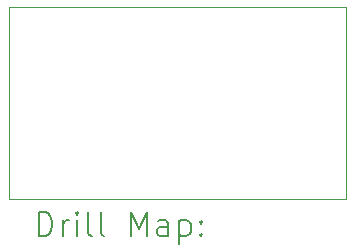
<source format=gbr>
%FSLAX45Y45*%
G04 Gerber Fmt 4.5, Leading zero omitted, Abs format (unit mm)*
G04 Created by KiCad (PCBNEW (6.0.5)) date 2024-06-21 19:10:24*
%MOMM*%
%LPD*%
G01*
G04 APERTURE LIST*
%TA.AperFunction,Profile*%
%ADD10C,0.100000*%
%TD*%
%ADD11C,0.200000*%
G04 APERTURE END LIST*
D10*
X14025000Y-9475000D02*
X16875000Y-9475000D01*
X16875000Y-9475000D02*
X16875000Y-11100000D01*
X16875000Y-11100000D02*
X14025000Y-11100000D01*
X14025000Y-11100000D02*
X14025000Y-9475000D01*
D11*
X14277619Y-11415476D02*
X14277619Y-11215476D01*
X14325238Y-11215476D01*
X14353809Y-11225000D01*
X14372857Y-11244048D01*
X14382381Y-11263095D01*
X14391905Y-11301190D01*
X14391905Y-11329762D01*
X14382381Y-11367857D01*
X14372857Y-11386905D01*
X14353809Y-11405952D01*
X14325238Y-11415476D01*
X14277619Y-11415476D01*
X14477619Y-11415476D02*
X14477619Y-11282143D01*
X14477619Y-11320238D02*
X14487143Y-11301190D01*
X14496667Y-11291667D01*
X14515714Y-11282143D01*
X14534762Y-11282143D01*
X14601428Y-11415476D02*
X14601428Y-11282143D01*
X14601428Y-11215476D02*
X14591905Y-11225000D01*
X14601428Y-11234524D01*
X14610952Y-11225000D01*
X14601428Y-11215476D01*
X14601428Y-11234524D01*
X14725238Y-11415476D02*
X14706190Y-11405952D01*
X14696667Y-11386905D01*
X14696667Y-11215476D01*
X14830000Y-11415476D02*
X14810952Y-11405952D01*
X14801428Y-11386905D01*
X14801428Y-11215476D01*
X15058571Y-11415476D02*
X15058571Y-11215476D01*
X15125238Y-11358333D01*
X15191905Y-11215476D01*
X15191905Y-11415476D01*
X15372857Y-11415476D02*
X15372857Y-11310714D01*
X15363333Y-11291667D01*
X15344286Y-11282143D01*
X15306190Y-11282143D01*
X15287143Y-11291667D01*
X15372857Y-11405952D02*
X15353809Y-11415476D01*
X15306190Y-11415476D01*
X15287143Y-11405952D01*
X15277619Y-11386905D01*
X15277619Y-11367857D01*
X15287143Y-11348809D01*
X15306190Y-11339286D01*
X15353809Y-11339286D01*
X15372857Y-11329762D01*
X15468095Y-11282143D02*
X15468095Y-11482143D01*
X15468095Y-11291667D02*
X15487143Y-11282143D01*
X15525238Y-11282143D01*
X15544286Y-11291667D01*
X15553809Y-11301190D01*
X15563333Y-11320238D01*
X15563333Y-11377381D01*
X15553809Y-11396428D01*
X15544286Y-11405952D01*
X15525238Y-11415476D01*
X15487143Y-11415476D01*
X15468095Y-11405952D01*
X15649048Y-11396428D02*
X15658571Y-11405952D01*
X15649048Y-11415476D01*
X15639524Y-11405952D01*
X15649048Y-11396428D01*
X15649048Y-11415476D01*
X15649048Y-11291667D02*
X15658571Y-11301190D01*
X15649048Y-11310714D01*
X15639524Y-11301190D01*
X15649048Y-11291667D01*
X15649048Y-11310714D01*
M02*

</source>
